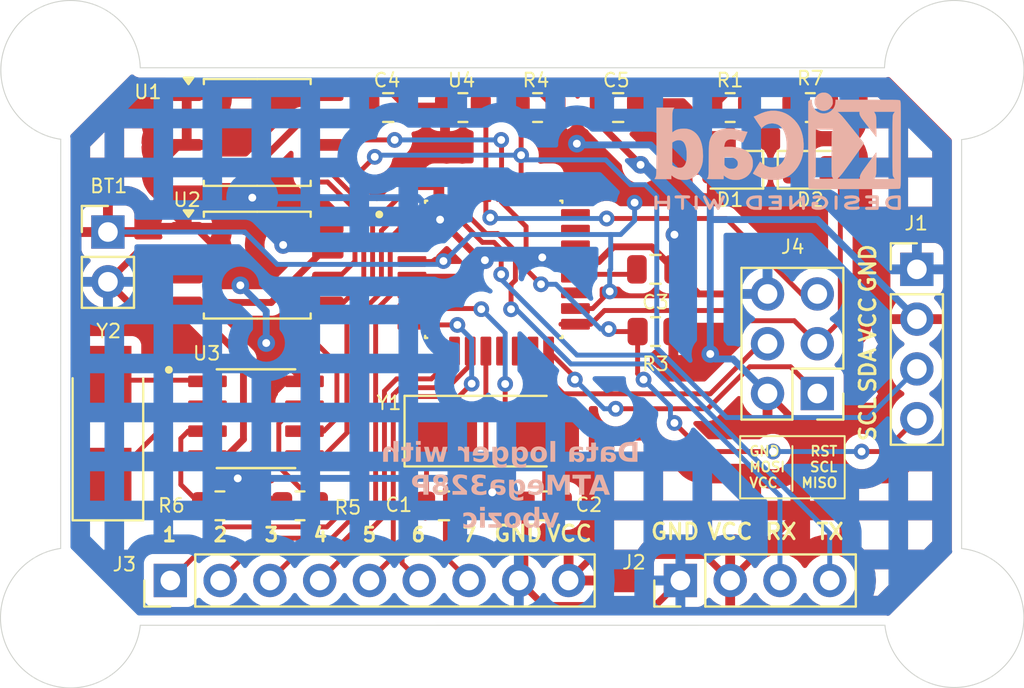
<source format=kicad_pcb>
(kicad_pcb (version 20240108) (generator "pcbnew") (generator_version "8.0")
  (title_block (title "${project_name}") (date "2025-02-07") (rev "1") (comment 1 "2 Layer PCB Version"))
  (layers (0 "F.Cu" mixed) (31 "B.Cu" mixed) (34 "B.Paste" user) (35 "F.Paste" user) (36 "B.SilkS" user "B.Silkscreen") (37 "F.SilkS" user "F.Silkscreen") (38 "B.Mask" user) (39 "F.Mask" user) (44 "Edge.Cuts" user))
  (property "project_name" "MCU Datalogger with memory and clock")
  (net 0 "")
  (net 1 "GND")
  (net 2 "Net-(U4-PB7)")
  (net 3 "Net-(U4-PB6)")
  (net 4 "Net-(U4-AREF)")
  (net 5 "/Vcc")
  (net 6 "Net-(D1-K)")
  (net 7 "/SCL")
  (net 8 "Net-(D2-K)")
  (net 9 "/SDA")
  (net 10 "/RX")
  (net 11 "/TX")
  (net 12 "/D2")
  (net 13 "/D7")
  (net 14 "/D4")
  (net 15 "/D3")
  (net 16 "/D8")
  (net 17 "/D5")
  (net 18 "/D6")
  (net 19 "/MOSI")
  (net 20 "/MISO")
  (net 21 "/RESET")
  (net 22 "Net-(U3-SQW{slash}~INT)")
  (net 23 "Net-(U3-~{INTA})")
  (net 24 "Net-(U3-X2)")
  (net 25 "Net-(U3-X1)")
  (net 35 "/SCK")
  (footprint "Resistor_SMD:R_0805_2012Metric" (layer "F.Cu") (at 160.2975 61.595 180)
    (property "Reference" "R7")
    (property "Value" "330")
  )
  (footprint "Footprints:SOIC127P600X175-8N" (layer "F.Cu") (at 132.015 77.47)
    (property "Reference" "U3")
    (property "Value" "DS1337S_")
  )
  (footprint "MountingHole:MountingHole_2.1mm" (layer "F.Cu") (at 167.64 59.69)
    (property "Reference" "H3" (hide yes))
    (property "Value" "MountingHole" (hide yes))
  )
  (footprint "Resistor_SMD:R_0805_2012Metric" (layer "F.Cu") (at 142.5725 61.595)
    (property "Reference" "R2" (hide yes))
    (property "Value" "10K")
  )
  (footprint "Package_SO:SOIC-8_5.23x5.23mm_P1.27mm" (layer "F.Cu") (at 132.08 62.865)
    (property "Reference" "U1")
    (property "Value" "24LC1025")
  )
  (footprint "Connector_PinHeader_2.54mm:PinHeader_1x02_P2.54mm_Vertical" (layer "F.Cu") (at 124.46 67.945)
    (property "Reference" "BT1")
    (property "Value" "Battery" (hide yes))
  )
  (footprint "Resistor_SMD:R_0805_2012Metric" (layer "F.Cu") (at 152.4 73.025 180)
    (property "Reference" "R3")
    (property "Value" "4.7K")
  )
  (footprint "Connector_PinHeader_2.54mm:PinHeader_1x09_P2.54mm_Vertical" (layer "F.Cu") (at 127.645 85.725 90)
    (property "Reference" "J3")
    (property "Value" "Conn_01x09_Pin" (hide yes))
  )
  (footprint "Crystal:Crystal_SMD_5032-2Pin_5.0x3.2mm_HandSoldering" (layer "F.Cu") (at 144.145 78.105)
    (property "Reference" "Y1")
    (property "Value" "16 MHz")
  )
  (footprint "Crystal:Crystal_SMD_5032-2Pin_5.0x3.2mm_HandSoldering" (layer "F.Cu") (at 124.46 78.105 90)
    (property "Reference" "Y2")
    (property "Value" "32.768 KHz")
  )
  (footprint "LED_SMD:LED_0805_2012Metric" (layer "F.Cu") (at 160.3225 64.77)
    (property "Reference" "D2")
    (property "Value" "LED")
  )
  (footprint "Package_SO:SOIC-8_5.23x5.23mm_P1.27mm" (layer "F.Cu") (at 132.08 69.635)
    (property "Reference" "U2")
    (property "Value" "24LC1025")
  )
  (footprint "Resistor_SMD:R_0805_2012Metric" (layer "F.Cu") (at 146.3825 61.595 180)
    (property "Reference" "R4")
    (property "Value" "4.7K" (hide yes))
  )
  (footprint "Connector_PinHeader_2.54mm:PinHeader_2x03_P2.54mm_Vertical" (layer "F.Cu") (at 160.655 76.185 180)
    (property "Reference" "J4")
    (property "Value" "Conn_02x03_Odd_Even" (hide yes))
  )
  (footprint "Connector_PinHeader_2.54mm:PinHeader_1x04_P2.54mm_Vertical" (layer "F.Cu") (at 165.735 69.85)
    (property "Reference" "J1")
    (property "Value" "Conn_01x04_Pin" (hide yes))
  )
  (footprint "Resistor_SMD:R_0805_2012Metric" (layer "F.Cu") (at 130.175 81.915 180)
    (property "Reference" "R6")
    (property "Value" "10K")
  )
  (footprint "Connector_PinHeader_2.54mm:PinHeader_1x04_P2.54mm_Vertical" (layer "F.Cu") (at 153.67 85.725 90)
    (property "Reference" "J2")
    (property "Value" "Conn_01x04_Pin" (hide yes))
  )
  (footprint "Resistor_SMD:R_0805_2012Metric" (layer "F.Cu") (at 134.2625 81.915)
    (property "Reference" "R5")
    (property "Value" "10K")
  )
  (footprint "MountingHole:MountingHole_2.1mm" (layer "F.Cu") (at 167.64 87.63)
    (property "Reference" "H4" (hide yes))
    (property "Value" "MountingHole" (hide yes))
  )
  (footprint "Footprints:QFP80P900X900X120-32N" (layer "F.Cu") (at 144.145 69.85)
    (property "Reference" "U4")
    (property "Value" "ATMEGA328P-AU")
  )
  (footprint "Capacitor_SMD:C_0805_2012Metric" (layer "F.Cu") (at 146.685 81.915)
    (property "Reference" "C2")
    (property "Value" "22pF")
  )
  (footprint "LED_SMD:LED_0805_2012Metric" (layer "F.Cu") (at 156.21 64.77 180)
    (property "Reference" "D1")
    (property "Value" "LED")
  )
  (footprint "Resistor_SMD:R_0805_2012Metric" (layer "F.Cu") (at 156.21 61.595 180)
    (property "Reference" "R1")
    (property "Value" "330")
  )
  (footprint "Capacitor_SMD:C_0805_2012Metric" (layer "F.Cu") (at 138.7625 61.595 180)
    (property "Reference" "C4")
    (property "Value" "0.1uF")
  )
  (footprint "Capacitor_SMD:C_0805_2012Metric" (layer "F.Cu") (at 150.495 61.595 180)
    (property "Reference" "C5")
    (property "Value" "100nF")
  )
  (footprint "MountingHole:MountingHole_2.1mm" (layer "F.Cu") (at 122.555 87.63)
    (property "Reference" "H2" (hide yes))
    (property "Value" "MountingHole" (hide yes))
  )
  (footprint "Capacitor_SMD:C_0805_2012Metric" (layer "F.Cu") (at 152.4 69.85 180)
    (property "Reference" "C3")
    (property "Value" "0.1uF")
  )
  (footprint "Capacitor_SMD:C_0805_2012Metric" (layer "F.Cu") (at 141.605 81.915 180)
    (property "Reference" "C1")
    (property "Value" "22pF")
  )
  (footprint "MountingHole:MountingHole_2.1mm" (layer "F.Cu") (at 122.555 59.69)
    (property "Reference" "H1" (hide yes))
    (property "Value" "MountingHole" (hide yes))
  )
  (footprint "Symbol:KiCad-Logo2_5mm_SilkScreen" (layer "B.Cu") (at 158.6375 63.81 180)
    (property "Reference" "REF**" (hide yes))
    (property "Value" "KiCad-Logo2_5mm_SilkScreen" (hide yes))
  )
  (gr_rect (start 156.718 78.359) (end 162.052 81.534) (stroke (width 0.1)) (fill none) (layer "F.SilkS"))
  (gr_line (start 159.385 78.867) (end 159.385 81.153) (stroke (width 0.1)) (layer "F.SilkS"))
  (gr_arc (start 126.111 88.011) (mid 120.070985 90.202929) (end 122.049227 84.089592) (stroke (width 0.05)) (layer "Edge.Cuts"))
  (gr_arc (start 164.084 59.563) (mid 170.06514 57.086164) (end 168.019073 63.228017) (stroke (width 0.05)) (layer "Edge.Cuts"))
  (gr_arc (start 122.051785 63.212505) (mid 120.176009 57.043933) (end 126.111 59.563) (stroke (width 0.05)) (layer "Edge.Cuts"))
  (gr_line (start 122.049227 84.089592) (end 122.052106 63.21026) (stroke (width 0.05)) (layer "Edge.Cuts"))
  (gr_line (start 168.019073 63.228017) (end 168.019073 84.095764) (stroke (width 0.05)) (layer "Edge.Cuts"))
  (gr_arc (start 168.021764 84.095764) (mid 170.152531 90.144708) (end 164.105435 88.008704) (stroke (width 0.05)) (layer "Edge.Cuts"))
  (gr_line (start 126.111 88.011) (end 164.101983 88.009073) (stroke (width 0.05)) (layer "Edge.Cuts"))
  (gr_line (start 126.111 59.563) (end 164.084 59.563) (stroke (width 0.05)) (layer "Edge.Cuts"))
  (gr_text "Data logger with\nATMega328P\nvbozic" (at 145 83.2 0) (layer "B.SilkS") (effects (font (size 1 1) (thickness 0.1)) (justify bottom mirror)))
  (gr_text "3" (at 132.8 83.8 0) (layer "F.SilkS") (effects (font (size 0.7 0.7) (thickness 0.15) (bold yes)) (justify bottom)))
  (gr_text "5" (at 137.8 83.8 0) (layer "F.SilkS") (effects (font (size 0.7 0.7) (thickness 0.15) (bold yes)) (justify bottom)))
  (gr_text "GND" (at 145.4 83.8 0) (layer "F.SilkS") (effects (font (size 0.8 0.8) (thickness 0.15) (bold yes)) (justify bottom)))
  (gr_text "SCL" (at 163.7 77.5 90) (layer "F.SilkS") (effects (font (size 0.8 0.8) (thickness 0.15) (bold yes)) (justify bottom)))
  (gr_text "GND" (at 153.4 83.7 0) (layer "F.SilkS") (effects (font (size 0.8 0.8) (thickness 0.15) (bold yes)) (justify bottom)))
  (gr_text "RX" (at 158.8 83.7 0) (layer "F.SilkS") (effects (font (size 0.8 0.8) (thickness 0.15) (bold yes)) (justify bottom)))
  (gr_text "TX\n" (at 161.3 83.7 0) (layer "F.SilkS") (effects (font (size 0.8 0.8) (thickness 0.15) (bold yes)) (justify bottom)))
  (gr_text "SDA" (at 163.7 75 90) (layer "F.SilkS") (effects (font (size 0.8 0.8) (thickness 0.15) (bold yes)) (justify bottom)))
  (gr_text "1" (at 127.6 83.8 0) (layer "F.SilkS") (effects (font (size 0.7 0.7) (thickness 0.15) (bold yes)) (justify bottom)))
  (gr_text "VCC" (at 156.2 83.7 0) (layer "F.SilkS") (effects (font (size 0.8 0.8) (thickness 0.15) (bold yes)) (justify bottom)))
  (gr_text "VCC" (at 148 83.8 0) (layer "F.SilkS") (effects (font (size 0.8 0.8) (thickness 0.15) (bold yes)) (justify bottom)))
  (gr_text "6" (at 140.3 83.8 0) (layer "F.SilkS") (effects (font (size 0.7 0.7) (thickness 0.15) (bold yes)) (justify bottom)))
  (gr_text "4" (at 135.3 83.8 0) (layer "F.SilkS") (effects (font (size 0.7 0.7) (thickness 0.15) (bold yes)) (justify bottom)))
  (gr_text "2" (at 130.2 83.8 0) (layer "F.SilkS") (effects (font (size 0.7 0.7) (thickness 0.15) (bold yes)) (justify bottom)))
  (gr_text "GND\nMOSI\nVCC" (at 157.131 81.032 0) (layer "F.SilkS") (effects (font (size 0.5 0.5) (thickness 0.1)) (justify left bottom)))
  (gr_text "GND" (at 163.7 69.8 90) (layer "F.SilkS") (effects (font (size 0.8 0.8) (thickness 0.15) (bold yes)) (justify bottom)))
  (gr_text "RST\nSCL\nMISO" (at 161.731 81.032 0) (layer "F.SilkS") (effects (font (size 0.5 0.5) (thickness 0.1)) (justify right bottom)))
  (gr_text "7" (at 142.9 83.8 0) (layer "F.SilkS") (effects (font (size 0.7 0.7) (thickness 0.15) (bold yes)) (justify bottom)))
  (gr_text "VCC" (at 163.7 72.4 90) (layer "F.SilkS") (effects (font (size 0.8 0.8) (thickness 0.15) (bold yes)) (justify bottom)))
  (segment (start 146.7 87) (end 145.425 85.725) (width 0.35) (layer "F.Cu") (net 1))
  (segment (start 131.375 74.435) (end 128.48 71.54) (width 0.35) (layer "F.Cu") (net 1))
  (segment (start 153.35 69.85) (end 152.2 68.7) (width 0.35) (layer "F.Cu") (net 1))
  (segment (start 146.621 69.2404) (end 146.8306 69.45) (width 0.35) (layer "F.Cu") (net 1))
  (segment (start 132.792672 71.54) (end 135.332672 69) (width 0.35) (layer "F.Cu") (net 1))
  (segment (start 131.826 64.77) (end 131.826 66.1924) (width 0.35) (layer "F.Cu") (net 1))
  (segment (start 150.695 60.445) (end 154.1475 60.445) (width 0.35) (layer "F.Cu") (net 1))
  (segment (start 142.828315 70.25) (end 139.975 70.25) (width 0.35) (layer "F.Cu") (net 1))
  (segment (start 144.0688 81.2292) (end 144.0688 81.9912) (width 0.35) (layer "F.Cu") (net 1))
  (segment (start 154.605 71.105) (end 153.35 69.85) (width 0.35) (layer "F.Cu") (net 1))
  (segment (start 124.46 70.485) (end 125.515 71.54) (width 0.35) (layer "F.Cu") (net 1))
  (segment (start 143.478575 69.383575) (end 141.408199 67.313199) (width 0.35) (layer "F.Cu") (net 1))
  (segment (start 149.498 69.45) (end 148.315 69.45) (width 0.35) (layer "F.Cu") (net 1))
  (segment (start 153.3652 68.079547) (end 153.3652 69.8348) (width 0.35) (layer "F.Cu") (net 1))
  (segment (start 141.408199 67.989473) (end 140.747672 68.65) (width 0.35) (layer "F.Cu") (net 1))
  (segment (start 131.375 78.525) (end 131.375 74.435) (width 0.35) (layer "F.Cu") (net 1))
  (segment (start 129.944068 79.375) (end 131.084068 80.515) (width 0.35) (layer "F.Cu") (net 1))
  (segment (start 135.332672 69) (end 135.68 69) (width 0.35) (layer "F.Cu") (net 1))
  (segment (start 128.48 64.77) (end 131.826 64.77) (width 0.35) (layer "F.Cu") (net 1))
  (segment (start 146.8306 69.45) (end 148.315 69.45) (width 0.35) (layer "F.Cu") (net 1))
  (segment (start 156.4225 60.47) (end 155.2975 61.595) (width 0.35) (layer "F.Cu") (net 1))
  (segment (start 152.2 68.7) (end 150.248 68.7) (width 0.35) (layer "F.Cu") (net 1))
  (segment (start 133.4008 68.605) (end 135.285 68.605) (width 0.35) (layer "F.Cu") (net 1))
  (segment (start 128.48 71.54) (end 132.792672 71.54) (width 0.35) (layer "F.Cu") (net 1))
  (segment (start 153.67 85.725) (end 152.395 87) (width 0.35) (layer "F.Cu") (net 1))
  (segment (start 135.285 68.605) (end 135.68 69) (width 0.35) (layer "F.Cu") (net 1))
  (segment (start 125.515 71.54) (end 128.48 71.54) (width 0.35) (layer "F.Cu") (net 1))
  (segment (start 142.682 82.042) (end 142.555 81.915) (width 0.35) (layer "F.Cu") (net 1))
  (segment (start 153.3652 69.8348) (end 153.35 69.85) (width 0.35) (layer "F.Cu") (net 1))
  (segment (start 140.747672 68.65) (end 139.975 68.65) (width 0.35) (layer "F.Cu") (net 1))
  (segment (start 149.545 61.595) (end 150.695 60.445) (width 0.35) (layer "F.Cu") (net 1))
  (segment (start 128.48 69) (end 127.680001 69) (width 0.35) (layer "F.Cu") (net 1))
  (segment (start 125.945 69) (end 124.46 70.485) (width 0.35) (layer "F.Cu") (net 1))
  (segment (start 145.735 85.415) (end 145.425 85.725) (width 0.35) (layer "F.Cu") (net 1))
  (segment (start 141.408199 67.313199) (end 141.408199 67.989473) (width 0.35) (layer "F.Cu") (net 1))
  (segment (start 158.115 71.105) (end 154.605 71.105) (width 0.35) (layer "F.Cu") (net 1))
  (segment (start 161.054 60.47) (end 156.4225 60.47) (width 0.35) (layer "F.Cu") (net 1))
  (segment (start 149.545 61.595) (end 149.545 62.423) (width 0.35) (layer "F.Cu") (net 1))
  (segment (start 161.21 60.626) (end 161.054 60.47) (width 0.35) (layer "F.Cu") (net 1))
  (segment (start 154.1475 60.445) (end 155.2975 61.595) (width 0.35) (layer "F.Cu") (net 1))
  (segment (start 145.735 82.042) (end 145.735 85.415) (width 0.35) (layer "F.Cu") (net 1))
  (segment (start 144.018 82.042) (end 142.682 82.042) (width 0.35) (layer "F.Cu") (net 1))
  (segment (start 161.21 61.595) (end 161.21 60.626) (width 0.35) (layer "F.Cu") (net 1))
  (segment (start 152.395 87) (end 146.7 87) (width 0.35) (layer "F.Cu") (net 1))
  (segment (start 130.525 79.375) (end 131.375 78.525) (width 0.35) (layer "F.Cu") (net 1))
  (segment (start 129.54 79.375) (end 130.525 79.375) (width 0.35) (layer "F.Cu") (net 1))
  (segment (start 143.69474 69.383575) (end 142.828315 70.25) (width 0.35) (layer "F.Cu") (net 1))
  (segment (start 135.68 62.23) (end 137.1775 62.23) (width 0.35) (layer "F.Cu") (net 1))
  (segment (start 129.54 79.375) (end 129.944068 79.375) (width 0.35) (layer "F.Cu") (net 1))
  (segment (start 150.248 68.7) (end 149.498 69.45) (width 0.35) (layer "F.Cu") (net 1))
  (segment (start 144.0688 81.9912) (end 144.018 82.042) (width 0.35) (layer "F.Cu") (net 1))
  (segment (start 128.48 69) (end 125.945 69) (width 0.35) (layer "F.Cu") (net 1))
  (segment (start 134.366 62.23) (end 135.68 62.23) (width 0.35) (layer "F.Cu") (net 1))
  (segment (start 161.21 61.642) (end 161.21 61.595) (width 0.35) (layer "F.Cu") (net 1))
  (segment (start 131.826 64.77) (end 134.366 62.23) (width 0.35) (layer "F.Cu") (net 1))
  (segment (start 137.1775 62.23) (end 137.8125 61.595) (width 0.35) (layer "F.Cu") (net 1))
  (segment (start 144.018 82.042) (end 145.735 82.042) (width 0.35) (layer "F.Cu") (net 1))
  (segment (start 143.69474 69.383575) (end 143.478575 69.383575) (width 0.35) (layer "F.Cu") (net 1))
  (segment (start 149.545 62.423) (end 151.638 64.516) (width 0.35) (layer "F.Cu") (net 1))
  (via (at 133.4008 68.605) (size 0.9) (drill 0.4) (layers "F.Cu" "B.Cu") (net 1))
  (via (at 151.638 64.516) (size 0.9) (drill 0.4) (layers "F.Cu" "B.Cu") (net 1))
  (via (at 131.826 66.1924) (size 0.9) (drill 0.4) (layers "F.Cu" "B.Cu") (net 1))
  (via (at 143.69474 69.383575) (size 0.9) (drill 0.4) (layers "F.Cu" "B.Cu") (net 1))
  (via (at 153.3652 68.079547) (size 0.9) (drill 0.4) (layers "F.Cu" "B.Cu") (net 1))
  (via (at 144.0688 81.2292) (size 0.9) (drill 0.4) (layers "F.Cu" "B.Cu") (net 1))
  (via (at 131.084068 80.515) (size 0.9) (drill 0.4) (layers "F.Cu" "B.Cu") (net 1))
  (via (at 141.408199 67.313199) (size 0.9) (drill 0.4) (layers "F.Cu" "B.Cu") (net 1))
  (via (at 146.621 69.2404) (size 0.9) (drill 0.4) (layers "F.Cu" "B.Cu") (net 1))
  (segment (start 131.826 66.1924) (end 140.2874 66.1924) (width 0.35) (layer "B.Cu") (net 1))
  (segment (start 151.638 64.516) (end 153.3652 66.2432) (width 0.35) (layer "B.Cu") (net 1))
  (segment (start 143.3546 80.515) (end 144.0688 81.2292) (width 0.35) (layer "B.Cu") (net 1))
  (segment (start 131.826 66.1924) (end 131.826 67.0302) (width 0.35) (layer "B.Cu") (net 1))
  (segment (start 140.2874 66.1924) (end 141.408199 67.313199) (width 0.35) (layer "B.Cu") (net 1))
  (segment (start 131.826 67.0302) (end 133.4008 68.605) (width 0.35) (layer "B.Cu") (net 1))
  (segment (start 140.459 80.515) (end 143.3546 80.515) (width 0.35) (layer "B.Cu") (net 1))
  (segment (start 146.5824 69.279) (end 146.621 69.2404) (width 0.35) (layer "B.Cu") (net 1))
  (segment (start 143.799315 69.279) (end 146.5824 69.279) (width 0.35) (layer "B.Cu") (net 1))
  (segment (start 153.3652 66.2432) (end 153.3652 68.079547) (width 0.35) (layer "B.Cu") (net 1))
  (segment (start 131.084068 80.515) (end 140.459 80.515) (width 0.35) (layer "B.Cu") (net 1))
  (segment (start 143.69474 69.383575) (end 143.799315 69.279) (width 0.35) (layer "B.Cu") (net 1))
  (segment (start 140.716 82.489) (end 140.655 82.55) (width 0.25) (layer "F.Cu") (net 2))
  (segment (start 140.01 72.685) (end 139.975 72.65) (width 0.25) (layer "F.Cu") (net 2))
  (segment (start 140.716 79.569) (end 140.716 82.489) (width 0.25) (layer "F.Cu") (net 2))
  (segment (start 142.2908 72.685) (end 140.01 72.685) (width 0.25) (layer "F.Cu") (net 2))
  (segment (start 141.545 77.158305) (end 141.545 78.74) (width 0.25) (layer "F.Cu") (net 2))
  (segment (start 141.545 78.74) (end 140.716 79.569) (width 0.25) (layer "F.Cu") (net 2))
  (segment (start 143.020001 75.683304) (end 141.545 77.158305) (width 0.25) (layer "F.Cu") (net 2))
  (via (at 142.2908 72.685) (size 0.8) (drill 0.4) (layers "F.Cu" "B.Cu") (net 2))
  (via (at 143.020001 75.683304) (size 0.8) (drill 0.4) (layers "F.Cu" "B.Cu") (net 2))
  (segment (start 143.020001 73.414201) (end 142.2908 72.685) (width 0.25) (layer "B.Cu") (net 2))
  (segment (start 143.020001 75.683304) (end 143.020001 73.414201) (width 0.25) (layer "B.Cu") (net 2))
  (segment (start 143.51 71.882) (end 143.478 71.85) (width 0.25) (layer "F.Cu") (net 3))
  (segment (start 144.7292 75.7) (end 144.7292 76.7242) (width 0.25) (layer "F.Cu") (net 3))
  (segment (start 146.745 81.66) (end 147.635 82.55) (width 0.25) (layer "F.Cu") (net 3))
  (segment (start 143.478 71.85) (end 139.975 71.85) (width 0.25) (layer "F.Cu") (net 3))
  (segment (start 144.7292 76.7242) (end 146.745 78.74) (width 0.25) (layer "F.Cu") (net 3))
  (segment (start 146.745 78.74) (end 146.745 81.66) (width 0.25) (layer "F.Cu") (net 3))
  (via (at 143.51 71.882) (size 0.8) (drill 0.4) (layers "F.Cu" "B.Cu") (net 3))
  (via (at 144.7292 75.7) (size 0.8) (drill 0.4) (layers "F.Cu" "B.Cu") (net 3))
  (segment (start 144.7292 73.1012) (end 143.51 71.882) (width 0.25) (layer "B.Cu") (net 3))
  (segment (start 144.7292 75.7) (end 144.7292 73.1012) (width 0.25) (layer "B.Cu") (net 3))
  (segment (start 148.315 70.25) (end 148.461 70.104) (width 0.25) (layer "F.Cu") (net 4))
  (segment (start 151.196 70.104) (end 151.45 69.85) (width 0.25) (layer "F.Cu") (net 4))
  (segment (start 148.461 70.104) (end 151.196 70.104) (width 0.25) (layer "F.Cu") (net 4))
  (segment (start 135.68 67.73) (end 128.48 67.73) (width 0.35) (layer "F.Cu") (net 5))
  (segment (start 129.705 69.844999) (end 129.705 68.491) (width 0.35) (layer "F.Cu") (net 5))
  (segment (start 139.975 69.45) (end 141.5546 69.45) (width 0.25) (layer "F.Cu") (net 5))
  (segment (start 149.24 84.45) (end 154.935 84.45) (width 0.35) (layer "F.Cu") (net 5))
  (segment (start 159.512 77.582) (end 159.512 82.423) (width 0.35) (layer "F.Cu") (net 5))
  (segment (start 134.49 75.565) (end 133.505 75.565) (width 0.35) (layer "F.Cu") (net 5))
  (segment (start 154.051 73.025) (end 155.194 74.168) (width 0.35) (layer "F.Cu") (net 5))
  (segment (start 134.49 75.565) (end 134.49 75.562) (width 0.35) (layer "F.Cu") (net 5))
  (segment (start 147.965 85.725) (end 149.24 84.45) (width 0.35) (layer "F.Cu") (net 5))
  (segment (start 146.152 60.452) (end 142.803 60.452) (width 0.35) (layer "F.Cu") (net 5))
  (segment (start 132.08 76.99) (end 132.08 80.9225) (width 0.35) (layer "F.Cu") (net 5))
  (segment (start 128.48 60.96) (end 135.68 60.96) (width 0.35) (layer "F.Cu") (net 5))
  (segment (start 147.574 62.6242) (end 147.574 61.874) (width 0.35) (layer "F.Cu") (net 5))
  (segment (start 147.295 61.595) (end 146.152 60.452) (width 0.35) (layer "F.Cu") (net 5))
  (segment (start 129.279999 70.27) (end 129.705 69.844999) (width 0.35) (layer "F.Cu") (net 5))
  (segment (start 153.0096 64.77) (end 151.3332 66.4464) (width 0.25) (layer "F.Cu") (net 5))
  (segment (start 149.1882 71.85) (end 150.0632 70.975) (width 0.25) (layer "F.Cu") (net 5))
  (segment (start 131.2164 70.665) (end 130.525001 70.665) (width 0.35) (layer "F.Cu") (net 5))
  (segment (start 159.512 82.423) (end 156.21 85.725) (width 0.35) (layer "F.Cu") (net 5))
  (segment (start 128.944 67.73) (end 128.48 67.73) (width 0.35) (layer "F.Cu") (net 5))
  (segment (start 154.62 64.77) (end 155.2725 64.77) (width 0.25) (layer "F.Cu") (net 5))
  (segment (start 127.255 66.505) (end 127.255 64.377672) (width 0.35) (layer "F.Cu") (net 5))
  (segment (start 132.08 80.9225) (end 131.0875 81.915) (width 0.35) (layer "F.Cu") (net 5))
  (segment (start 151.445 61.595) (end 154.62 64.77) (width 0.25) (layer "F.Cu") (net 5))
  (segment (start 128.48 63.5) (end 128.48 62.23) (width 0.35) (layer "F.Cu") (net 5))
  (segment (start 130.525001 70.665) (end 129.705 69.844999) (width 0.35) (layer "F.Cu") (net 5))
  (segment (start 141.5546 69.45) (end 141.5796 69.425) (width 0.25) (layer "F.Cu") (net 5))
  (segment (start 148.3868 63.437) (end 147.574 62.6242) (width 0.35) (layer "F.Cu") (net 5))
  (segment (start 133.35 81.915) (end 133.0725 81.915) (width 0.35) (layer "F.Cu") (net 5))
  (segment (start 148.315 71.85) (end 149.1882 71.85) (width 0.25) (layer "F.Cu") (net 5))
  (segment (start 128.48 60.96) (end 128.48 62.23) (width 0.35) (layer "F.Cu") (net 5))
  (segment (start 138.5625 60.445) (end 139.7125 61.595) (width 0.35) (layer "F.Cu") (net 5))
  (segment (start 153.3125 73.025) (end 154.051 73.025) (width 0.35) (layer "F.Cu") (net 5))
  (segment (start 128.48 70.27) (end 129.279999 70.27) (width 0.35) (layer "F.Cu") (net 5))
  (segment (start 154.62 64.77) (end 153.0096 64.77) (width 0.25) (layer "F.Cu") (net 5))
  (segment (start 134.49 75.562) (end 132.5372 73.6092) (width 0.35) (layer "F.Cu") (net 5))
  (segment (start 154.935 84.45) (end 156.21 85.725) (width 0.35) (layer "F.Cu") (net 5))
  (segment (start 136.195 60.445) (end 138.5625 60.445) (width 0.35) (layer "F.Cu") (net 5))
  (segment (start 133.505 75.565) (end 132.08 76.99) (width 0.35) (layer "F.Cu") (net 5))
  (segment (start 135.68 60.96) (end 136.195 60.445) (width 0.35) (layer "F.Cu") (net 5))
  (segment (start 128.132672 63.5) (end 128.48 63.5) (width 0.35) (layer "F.Cu") (net 5))
  (segment (start 142.803 60.452) (end 141.66 61.595) (width 0.35) (layer "F.Cu") (net 5))
  (segment (start 127.255 64.377672) (end 128.132672 63.5) (width 0.35) (layer "F.Cu") (net 5))
  (segment (start 129.705 68.491) (end 128.944 67.73) (width 0.35) (layer "F.Cu") (net 5))
  (segment (start 158.115 76.185) (end 159.512 77.582) (width 0.35) (layer "F.Cu") (net 5))
  (segment (start 139.7125 61.595) (end 141.66 61.595) (width 0.35) (layer "F.Cu") (net 5))
  (segment (start 133.0725 81.915) (end 132.08 80.9225) (width 0.35) (layer "F.Cu") (net 5))
  (segment (start 128.48 67.73) (end 127.255 66.505) (width 0.35) (layer "F.Cu") (net 5))
  (via (at 141.5796 69.425) (size 0.8) (drill 0.4) (layers "F.Cu" "B.Cu") (net 5))
  (via (at 151.3332 66.4464) (size 0.8) (drill 0.4) (layers "F.Cu" "B.Cu") (net 5))
  (via (at 131.2164 70.665) (size 0.9) (drill 0.4) (layers "F.Cu" "B.Cu") (net 5))
  (via (at 148.3868 63.437) (size 0.9) (drill 0.4) (layers "F.Cu" "B.Cu") (net 5))
  (via (at 155.194 74.168) (size 0.9) (drill 0.4) (layers "F.Cu" "B.Cu") (net 5))
  (via (at 132.5372 73.6092) (size 0.9) (drill 0.4) (layers "F.Cu" "B.Cu") (net 5))
  (via (at 150.0632 70.975) (size 0.8) (drill 0.4) (layers "F.Cu" "B.Cu") (net 5))
  (segment (start 155.229 67.31) (end 160.655 67.31) (width 0.35) (layer "B.Cu") (net 5))
  (segment (start 151.3332 67.3608) (end 150.622 68.072) (width 0.25) (layer "B.Cu") (net 5))
  (segment (start 152.146 63.5) (end 148.4498 63.5) (width 0.35) (layer "B.Cu") (net 5))
  (segment (start 156.352 74.422) (end 158.115 76.185) (width 0.35) (layer "B.Cu") (net 5))
  (segment (start 155.448 74.422) (end 156.352 74.422) (width 0.35) (layer "B.Cu") (net 5))
  (segment (start 141.5796 69.425) (end 141.649 69.425) (width 0.25) (layer "B.Cu") (net 5))
  (segment (start 160.655 67.31) (end 165.735 72.39) (width 0.35) (layer "B.Cu") (net 5))
  (segment (start 155.194 66.548) (end 152.146 63.5) (width 0.35) (layer "B.Cu") (net 5))
  (segment (start 132.5372 73.6092) (end 132.5372 71.9858) (width 0.35) (layer "B.Cu") (net 5))
  (segment (start 151.3332 66.4464) (end 151.3332 67.3608) (width 0.25) (layer "B.Cu") (net 5))
  (segment (start 155.194 74.168) (end 155.194 66.548) (width 0.35) (layer "B.Cu") (net 5))
  (segment (start 133.096 69.596) (end 141.4086 69.596) (width 0.25) (layer "B.Cu") (net 5))
  (segment (start 150.0632 69.9008) (end 150.113999 69.850001) (width 0.25) (layer "B.Cu") (net 5))
  (segment (start 143.002 68.072) (end 150.113999 68.072) (width 0.25) (layer "B.Cu") (net 5))
  (segment (start 155.194 67.275) (end 155.229 67.31) (width 0.35) (layer "B.Cu") (net 5))
  (segment (start 148.4498 63.5) (end 148.3868 63.437) (width 0.35) (layer "B.Cu") (net 5))
  (segment (start 150.0632 70.975) (end 150.114 70.9242) (width 0.25) (layer "B.Cu") (net 5))
  (segment (start 150.0632 70.975) (end 150.0632 69.9008) (width 0.25) (layer "B.Cu") (net 5))
  (segment (start 141.4086 69.596) (end 141.5796 69.425) (width 0.25) (layer "B.Cu") (net 5))
  (segment (start 124.46 67.945) (end 131.445 67.945) (width 0.25) (layer "B.Cu") (net 5))
  (segment (start 150.622 68.072) (end 150.113999 68.072) (width 0.25) (layer "B.Cu") (net 5))
  (segment (start 155.194 74.168) (end 155.448 74.422) (width 0.35) (layer "B.Cu") (net 5))
  (segment (start 141.649 69.425) (end 143.002 68.072) (width 0.25) (layer "B.Cu") (net 5))
  (segment (start 150.113999 69.850001) (end 150.113999 68.072) (width 0.25) (layer "B.Cu") (net 5))
  (segment (start 132.5372 71.9858) (end 131.2164 70.665) (width 0.35) (layer "B.Cu") (net 5))
  (segment (start 131.445 67.945) (end 133.096 69.596) (width 0.25) (layer "B.Cu") (net 5))
  (segment (start 157.1225 64.745) (end 157.1475 64.77) (width 0.25) (layer "F.Cu") (net 6))
  (segment (start 157.1225 61.595) (end 157.1225 64.745) (width 0.25) (layer "F.Cu") (net 6))
  (segment (start 164.0586 79.1464) (end 162.9156 79.1464) (width 0.25) (layer "F.Cu") (net 7))
  (segment (start 135.68 63.5) (end 134.880001 63.5) (width 0.25) (layer "F.Cu") (net 7))
  (segment (start 154.8246 79.1464) (end 153.3652 77.687) (width 0.25) (layer "F.Cu") (net 7))
  (segment (start 144.545 66.415) (end 144.545 65.68) (width 0.25) (layer "F.Cu") (net 7))
  (segment (start 145.796 69.85) (end 145.796 67.666) (width 0.25) (layer "F.Cu") (net 7))
  (segment (start 150.1394 73.025) (end 150.0124 72.898) (width 0.25) (layer "F.Cu") (net 7))
  (segment (start 136.855 69.647) (end 136.232 70.27) (width 0.25) (layer "F.Cu") (net 7))
  (segment (start 137.065 66.791396) (end 137.065 69.437) (width 0.25) (layer "F.Cu") (net 7))
  (segment (start 135.668604 65.395) (end 137.065 66.791396) (width 0.25) (layer "F.Cu") (net 7))
  (segment (start 144.526 63.246) (end 144.545 63.265) (width 0.25) (layer "F.Cu") (net 7))
  (segment (start 134.555 63.825001) (end 134.555 65.120908) (width 0.25) (layer "F.Cu") (net 7))
  (segment (start 151.4875 73.025) (end 150.1394 73.025) (width 0.25) (layer "F.Cu") (net 7))
  (segment (start 151.4875 75.171201) (end 151.4875 73.025) (width 0.25) (layer "F.Cu") (net 7))
  (segment (start 134.555 65.120908) (end 134.829092 65.395) (width 0.25) (layer "F.Cu") (net 7))
  (segment (start 136.144 77.436) (end 136.144 74.676) (width 0.25) (layer "F.Cu") (net 7))
  (segment (start 137.16 63.5) (end 135.68 63.5) (width 0.25) (layer "F.Cu") (net 7))
  (segment (start 158.3944 79.1464) (end 154.8246 79.1464) (width 0.25) (layer "F.Cu") (net 7))
  (segment (start 165.735 77.47) (end 164.0586 79.1464) (width 0.25) (layer "F.Cu") (net 7))
  (segment (start 146.558 70.612) (end 145.796 69.85) (width 0.25) (layer "F.Cu") (net 7))
  (segment (start 139.0904 63.246) (end 137.414 63.246) (width 0.25) (layer "F.Cu") (net 7))
  (segment (start 136.144 74.676) (end 134.366 72.898) (width 0.25) (layer "F.Cu") (net 7))
  (segment (start 145.796 67.666) (end 144.545 66.415) (width 0.25) (layer "F.Cu") (net 7))
  (segment (start 134.880001 63.5) (end 134.555 63.825001) (width 0.25) (layer "F.Cu") (net 7))
  (segment (start 144.545 63.265) (end 144.545 65.68) (width 0.25) (layer "F.Cu") (net 7))
  (segment (start 134.49 78.105) (end 135.475 78.105) (width 0.25) (layer "F.Cu") (net 7))
  (segment (start 137.414 63.246) (end 137.16 63.5) (width 0.25) (layer "F.Cu") (net 7))
  (segment (start 134.829092 65.395) (end 135.668604 65.395) (width 0.25) (layer "F.Cu") (net 7))
  (segment (start 137.065 69.437) (end 136.906 69.596) (width 0.25) (layer "F.Cu") (net 7))
  (segment (start 135.475 78.105) (end 136.144 77.436) (width 0.25) (layer "F.Cu") (net 7))
  (segment (start 136.232 70.27) (end 135.68 70.27) (width 0.25) (layer "F.Cu") (net 7))
  (segment (start 134.962 70.27) (end 135.68 70.27) (width 0.25) (layer "F.Cu") (net 7))
  (segment (start 134.366 70.866) (end 134.962 70.27) (width 0.25) (layer "F.Cu") (net 7))
  (segment (start 151.7913 75.475001) (end 151.4875 75.171201) (width 0.25) (layer "F.Cu") (net 7))
  (segment (start 134.366 72.898) (end 134.366 70.866) (width 0.25) (layer "F.Cu") (net 7))
  (via (at 158.3944 79.1464) (size 0.8) (drill 0.4) (layers "F.Cu" "B.Cu") (net 7))
  (via (at 150.0124 72.898) (size 0.8) (drill 0.4) (layers "F.Cu" "B.Cu") (net 7))
  (via (at 151.7913 75.475001) (size 0.8) (drill 0.4) (layers "F.Cu" "B.Cu") (net 7))
  (via (at 153.3652 77.687) (size 0.8) (drill 0.4) (layers "F.Cu" "B.Cu") (net 7))
  (via (at 162.9156 79.1464) (size 0.8) (drill 0.4) (layers "F.Cu" "B.Cu") (net 7))
  (via (at 139.0904 63.246) (size 0.8) (drill 0.4) (layers "F.Cu" "B.Cu") (net 7))
  (via (at 144.526 63.246) (size 0.8) (drill 0.4) (layers "F.Cu" "B.Cu") (net 7))
  (via (at 146.558 70.612) (size 0.8) (drill 0.4) (layers "F.Cu" "B.Cu") (net 7))
  (segment (start 153.162 77.4838) (end 153.162 76.845701) (width 0.25) (layer "B.Cu") (net 7))
  (segment (start 149.606 72.898) (end 147.32 70.612) (width 0.25) (layer "B.Cu") (net 7))
  (segment (start 144.526 63.246) (end 139.446 63.246) (width 0.25) (layer "B.Cu") (net 7))
  (segment (start 162.9156 79.1464) (end 158.3944 79.1464) (width 0.25) (layer "B.Cu") (net 7))
  (segment (start 147.32 70.612) (end 146.558 70.612) (width 0.25) (layer "B.Cu") (net 7))
  (segment (start 150.0124 72.898) (end 149.606 72.898) (width 0.25) (layer "B.Cu") (net 7))
  (segment (start 139.446 63.246) (end 139.0904 63.246) (width 0.25) (layer "B.Cu") (net 7))
  (segment (start 153.3652 77.687) (end 153.162 77.4838) (width 0.25) (layer "B.Cu") (net 7))
  (segment (start 153.162 76.845701) (end 151.7913 75.475001) (width 0.25) (layer "B.Cu") (net 7))
  (segment (start 159.385 61.595) (end 159.385 64.77) (width 0.25) (layer "F.Cu") (net 8))
  (segment (start 145.542 64.025) (end 145.542 65.483) (width 0.25) (layer "F.Cu") (net 9))
  (segment (start 145.542 61.667) (end 145.47 61.595) (width 0.25) (layer "F.Cu") (net 9))
  (segment (start 135.68 71.54) (end 136.479999 71.54) (width 0.25) (layer "F.Cu") (net 9))
  (segment (start 136.479999 71.54) (end 137.515 70.504999) (width 0.25) (layer "F.Cu") (net 9))
  (segment (start 137.515 66.605) (end 135.68 64.77) (width 0.25) (layer "F.Cu") (net 9))
  (segment (start 135.475 79.375) (end 134.49 79.375) (width 0.25) (layer "F.Cu") (net 9))
  (segment (start 137.515 70.504999) (end 137.515 66.605) (width 0.25) (layer "F.Cu") (net 9))
  (segment (start 138.0744 64.1096) (end 137.414 64.77) (width 0.25) (layer "F.Cu") (net 9))
  (segment (start 136.652 78.198) (end 135.475 79.375) (width 0.25) (layer "F.Cu") (net 9))
  (segment (start 145.542 65.483) (end 145.345 65.68) (width 0.25) (layer "F.Cu") (net 9))
  (segment (start 136.652 72.512) (end 136.652 78.198) (width 0.25) (layer "F.Cu") (net 9))
  (segment (start 135.68 71.54) (end 136.652 72.512) (width 0.25) (layer "F.Cu") (net 9))
  (segment (start 137.414 64.77) (end 135.68 64.77) (width 0.25) (layer "F.Cu") (net 9))
  (segment (start 145.542 64.025) (end 145.542 61.667) (width 0.25) (layer "F.Cu") (net 9))
  (via (at 138.0744 64.1096) (size 0.8) (drill 0.4) (layers "F.Cu" "B.Cu") (net 9))
  (via (at 145.542 64.025) (size 0.8) (drill 0.4) (layers "F.Cu" "B.Cu") (net 9))
  (segment (start 151.13 65.532) (end 149.86 64.262) (width 0.25) (layer "B.Cu") (net 9))
  (segment (start 152.464198 73.849802) (end 152.464198 66.120016) (width 0.25) (layer "B.Cu") (net 9))
  (segment (start 156.024396 77.41) (end 152.464198 73.849802) (width 0.25) (layer "B.Cu") (net 9))
  (segment (start 151.876182 65.532) (end 151.13 65.532) (width 0.25) (layer "B.Cu") (net 9))
  (segment (start 138.159 64.025) (end 138.0744 64.1096) (width 0.25) (layer "B.Cu") (net 9))
  (segment (start 145.542 64.025) (end 138.159 64.025) (width 0.25) (layer "B.Cu") (net 9))
  (segment (start 152.464198 66.120016) (end 151.876182 65.532) (width 0.25) (layer "B.Cu") (net 9))
  (segment (start 149.86 64.262) (end 145.779 64.262) (width 0.25) (layer "B.Cu") (net 9))
  (segment (start 163.255 77.41) (end 156.024396 77.41) (width 0.25) (layer "B.Cu") (net 9))
  (segment (start 145.779 64.262) (end 145.542 64.025) (width 0.25) (layer "B.Cu") (net 9))
  (segment (start 165.735 74.93) (end 163.255 77.41) (width 0.25) (layer "B.Cu") (net 9))
  (segment (start 142.945 67.211505) (end 142.945 65.68) (width 0.25) (layer "F.Cu") (net 10))
  (segment (start 145.251 68.922604) (end 144.351396 68.023) (width 0.25) (layer "F.Cu") (net 10))
  (segment (start 144.351396 68.023) (end 143.756495 68.023) (width 0.25) (layer "F.Cu") (net 10))
  (segment (start 145.251 70.404305) (end 145.251 68.922604) (width 0.25) (layer "F.Cu") (net 10))
  (segment (start 143.756495 68.023) (end 142.945 67.211505) (width 0.25) (layer "F.Cu") (net 10))
  (segment (start 145.029347 71.886653) (end 145.029347 70.625958) (width 0.25) (layer "F.Cu") (net 10))
  (segment (start 145.029347 70.625958) (end 145.251 70.404305) (width 0.25) (layer "F.Cu") (net 10))
  (via (at 145.029347 71.886653) (size 0.8) (drill 0.4) (layers "F.Cu" "B.Cu") (net 10))
  (segment (start 152.017604 74.676) (end 158.75 81.408396) (width 0.25) (layer "B.Cu") (net 10))
  (segment (start 145.292653 71.886653) (end 148.082 74.676) (width 0.25) (layer "B.Cu") (net 10))
  (segment (start 158.75 81.408396) (end 158.75 85.725) (width 0.25) (layer "B.Cu") (net 10))
  (segment (start 148.082 74.676) (end 152.017604 74.676) (width 0.25) (layer "B.Cu") (net 10))
  (segment (start 145.029347 71.886653) (end 145.292653 71.886653) (width 0.25) (layer "B.Cu") (net 10))
  (segment (start 144.165 68.473) (end 143.570099 68.473) (width 0.25) (layer "F.Cu") (net 11))
  (segment (start 142.22 67.122901) (end 142.22 65.755) (width 0.25) (layer "F.Cu") (net 11))
  (segment (start 144.526 68.834) (end 144.165 68.473) (width 0.25) (layer "F.Cu") (net 11))
  (segment (start 143.570099 68.473) (end 142.22 67.122901) (width 0.25) (layer "F.Cu") (net 11))
  (segment (start 144.526 70.104) (end 144.526 68.834) (width 0.25) (layer "F.Cu") (net 11))
  (via (at 144.526 70.104) (size 0.8) (drill 0.4) (layers "F.Cu" "B.Cu") (net 11))
  (segment (start 152.204 74.226) (end 161.29 83.312) (width 0.25) (layer "B.Cu") (net 11))
  (segment (start 144.526 70.358) (end 148.394 74.226) (width 0.25) (layer "B.Cu") (net 11))
  (segment (start 161.29 83.312) (end 161.29 85.725) (width 0.25) (layer "B.Cu") (net 11))
  (segment (start 148.394 74.226) (end 152.204 74.226) (width 0.25) (layer "B.Cu") (net 11))
  (segment (start 144.526 70.104) (end 144.526 70.358) (width 0.25) (layer "B.Cu") (net 11))
  (segment (start 127.645 85.725) (end 130.38 82.99) (width 0.25) (layer "F.Cu") (net 12))
  (segment (start 137.22 71.565208) (end 137.965 70.820208) (width 0.25) (layer "F.Cu") (net 12))
  (segment (start 139.806 65.68) (end 141.345 65.68) (width 0.25) (layer "F.Cu") (net 12))
  (segment (start 137.965 67.521) (end 139.806 65.68) (width 0.25) (layer "F.Cu") (net 12))
  (segment (start 137.965 70.820208) (end 137.965 67.521) (width 0.25) (layer "F.Cu") (net 12))
  (segment (start 135.6326 82.99) (end 137.22 81.4026) (width 0.25) (layer "F.Cu") (net 12))
  (segment (start 130.38 82.99) (end 135.6326 82.99) (width 0.25) (layer "F.Cu") (net 12))
  (segment (start 137.22 81.4026) (end 137.22 71.565208) (width 0.25) (layer "F.Cu") (net 12))
  (segment (start 139.47 76.684) (end 139.816 76.338) (width 0.25) (layer "F.Cu") (net 13))
  (segment (start 140.345 85.725) (end 139.47 84.85) (width 0.25) (layer "F.Cu") (net 13))
  (segment (start 142.945 74.733) (end 142.945 74.02) (width 0.25) (layer "F.Cu") (net 13))
  (segment (start 141.34 76.338) (end 142.945 74.733) (width 0.25) (layer "F.Cu") (net 13))
  (segment (start 139.816 76.338) (end 141.34 76.338) (width 0.25) (layer "F.Cu") (net 13))
  (segment (start 139.47 84.85) (end 139.47 76.684) (width 0.25) (layer "F.Cu") (net 13))
  (segment (start 139.273038 67.85) (end 139.975 67.85) (width 0.25) (layer "F.Cu") (net 14))
  (segment (start 138.865 71.193) (end 138.865 68.258038) (width 0.25) (layer "F.Cu") (net 14))
  (segment (start 132.725 85.725) (end 134.376 84.074) (width 0.25) (layer "F.Cu") (net 14))
  (segment (start 138.12 82.098) (end 138.12 71.938) (width 0.25) (layer "F.Cu") (net 14))
  (segment (start 134.376 84.074) (end 136.144 84.074) (width 0.25) (layer "F.Cu") (net 14))
  (segment (start 138.865 68.258038) (end 139.273038 67.85) (width 0.25) (layer "F.Cu") (net 14))
  (segment (start 138.12 71.938) (end 138.865 71.193) (width 0.25) (layer "F.Cu") (net 14))
  (segment (start 136.144 84.074) (end 138.12 82.098) (width 0.25) (layer "F.Cu") (net 14))
  (segment (start 138.415 67.875) (end 139.24 67.05) (width 0.25) (layer "F.Cu") (net 15))
  (segment (start 139.24 67.05) (end 139.975 67.05) (width 0.25) (layer "F.Cu") (net 15))
  (segment (start 138.415 71.006604) (end 138.415 67.875) (width 0.25) (layer "F.Cu") (net 15))
  (segment (start 137.67 71.751604) (end 138.415 71.006604) (width 0.25) (layer "F.Cu") (net 15))
  (segment (start 130.185 85.725) (end 132.344 83.566) (width 0.25) (layer "F.Cu") (net 15))
  (segment (start 137.67 81.786) (end 137.67 71.751604) (width 0.25) (layer "F.Cu") (net 15))
  (segment (start 132.344 83.566) (end 135.89 83.566) (width 0.25) (layer "F.Cu") (net 15))
  (segment (start 135.89 83.566) (end 137.67 81.786) (width 0.25) (layer "F.Cu") (net 15))
  (segment (start 141.68 84.52) (end 141.68 81.078) (width 0.25) (layer "F.Cu") (net 16))
  (segment (start 142.493 80.265) (end 143.62 80.265) (width 0.25) (layer "F.Cu") (net 16))
  (segment (start 143.62 80.265) (end 143.745 80.14) (width 0.25) (layer "F.Cu") (net 16))
  (segment (start 142.885 85.725) (end 141.68 84.52) (width 0.25) (layer "F.Cu") (net 16))
  (segment (start 143.745 80.14) (end 143.745 74.02) (width 0.25) (layer "F.Cu") (net 16))
  (segment (start 141.68 81.078) (end 142.493 80.265) (width 0.25) (layer "F.Cu") (net 16))
  (segment (start 138.57 76.06) (end 139.192 75.438) (width 0.25) (layer "F.Cu") (net 17))
  (segment (start 140.963802 75.438) (end 141.345 75.056802) (width 0.25) (layer "F.Cu") (net 17))
  (segment (start 139.192 75.438) (end 140.963802 75.438) (width 0.25) (layer "F.Cu") (net 17))
  (segment (start 135.265 85.725) (end 138.57 82.42) (width 0.25) (layer "F.Cu") (net 17))
  (segment (start 138.57 82.42) (end 138.57 76.06) (width 0.25) (layer "F.Cu") (net 17))
  (segment (start 141.345 75.056802) (end 141.345 74.02) (width 0.25) (layer "F.Cu") (net 17))
  (segment (start 139.378396 75.888) (end 141.153604 75.888) (width 0.25) (layer "F.Cu") (net 18))
  (segment (start 139.02 76.246396) (end 139.378396 75.888) (width 0.25) (layer "F.Cu") (net 18))
  (segment (start 139.02 84.51) (end 139.02 76.246396) (width 0.25) (layer "F.Cu") (net 18))
  (segment (start 142.145 74.896604) (end 142.145 74.02) (width 0.25) (layer "F.Cu") (net 18))
  (segment (start 137.805 85.725) (end 139.02 84.51) (width 0.25) (layer "F.Cu") (net 18))
  (segment (start 141.153604 75.888) (end 142.145 74.896604) (width 0.25) (layer "F.Cu") (net 18))
  (segment (start 146.145 74.651252) (end 146.145 74.02) (width 0.25) (layer "F.Cu") (net 19))
  (segment (start 147.693748 76.2) (end 146.145 74.651252) (width 0.25) (layer "F.Cu") (net 19))
  (segment (start 157.749 73.645) (end 155.194 76.2) (width 0.25) (layer "F.Cu") (net 19))
  (segment (start 155.194 76.2) (end 147.693748 76.2) (width 0.25) (layer "F.Cu") (net 19))
  (segment (start 158.115 73.645) (end 157.749 73.645) (width 0.25) (layer "F.Cu") (net 19))
  (segment (start 148.2852 75.475) (end 148.2852 75.3602) (width 0.25) (layer "F.Cu") (net 20))
  (segment (start 157.210396 74.82) (end 159.29 74.82) (width 0.25) (layer "F.Cu") (net 20))
  (segment (start 150.368 76.962) (end 155.068396 76.962) (width 0.25) (layer "F.Cu") (net 20))
  (segment (start 159.29 74.82) (end 160.655 76.185) (width 0.25) (layer "F.Cu") (net 20))
  (segment (start 148.2852 75.3602) (end 146.945 74.02) (width 0.25) (layer "F.Cu") (net 20))
  (segment (start 155.068396 76.962) (end 157.210396 74.82) (width 0.25) (layer "F.Cu") (net 20))
  (via (at 150.368 76.962) (size 0.8) (drill 0.4) (layers "F.Cu" "B.Cu") (net 20))
  (via (at 148.2852 75.475) (size 0.8) (drill 0.4) (layers "F.Cu" "B.Cu") (net 20))
  (segment (start 149.7722 76.962) (end 148.2852 75.475) (width 0.25) (layer "B.Cu") (net 20))
  (segment (start 150.368 76.962) (end 149.7722 76.962) (width 0.25) (layer "B.Cu") (net 20))
  (segment (start 143.745 61.855) (end 143.745 65.68) (width 0.25) (layer "F.Cu") (net 21))
  (segment (start 159.847412 71.105) (end 155.996959 67.254547) (width 0.25) (layer "F.Cu") (net 21))
  (segment (start 143.745 66.9862) (end 143.745 65.68) (width 0.25) (layer "F.Cu") (net 21))
  (segment (start 155.996959 67.254547) (end 149.906147 67.254547) (width 0.25) (layer "F.Cu") (net 21))
  (segment (start 143.9672 67.2084) (end 143.745 66.9862) (width 0.25) (layer "F.Cu") (net 21))
  (segment (start 160.655 71.105) (end 159.847412 71.105) (width 0.25) (layer "F.Cu") (net 21))
  (segment (start 143.485 61.595) (end 143.745 61.855) (width 0.25) (layer "F.Cu") (net 21))
  (via (at 143.9672 67.2084) (size 0.8) (drill 0.4) (layers "F.Cu" "B.Cu") (net 21))
  (via (at 149.906147 67.254547) (size 0.8) (drill 0.4) (layers "F.Cu" "B.Cu") (net 21))
  (segment (start 145.034 67.254547) (end 144.013347 67.254547) (width 0.25) (layer "B.Cu") (net 21))
  (segment (start 144.013347 67.254547) (end 143.9672 67.2084) (width 0.25) (layer "B.Cu") (net 21))
  (segment (start 149.906147 67.254547) (end 145.034 67.254547) (width 0.25) (layer "B.Cu") (net 21))
  (segment (start 133.18 79.92) (end 133.18 77.716538) (width 0.25) (layer "F.Cu") (net 22))
  (segment (start 135.175 81.915) (end 133.18 79.92) (width 0.25) (layer "F.Cu") (net 22))
  (segment (start 134.061538 76.835) (end 134.49 76.835) (width 0.25) (layer "F.Cu") (net 22))
  (segment (start 133.18 77.716538) (end 134.061538 76.835) (width 0.25) (layer "F.Cu") (net 22))
  (segment (start 129.54 78.105) (end 128.555 78.105) (width 0.25) (layer "F.Cu") (net 23))
  (segment (start 128.18 80.8325) (end 129.2625 81.915) (width 0.25) (layer "F.Cu") (net 23))
  (segment (start 128.555 78.105) (end 128.18 78.48) (width 0.25) (layer "F.Cu") (net 23))
  (segment (start 128.18 78.48) (end 128.18 80.8325) (width 0.25) (layer "F.Cu") (net 23))
  (segment (start 128.33 76.835) (end 129.54 76.835) (width 0.25) (layer "F.Cu") (net 24))
  (segment (start 124.46 80.705) (end 128.33 76.835) (width 0.25) (layer "F.Cu") (net 24))
  (segment (start 129.48 75.505) (end 129.54 75.565) (width 0.25) (layer "F.Cu") (net 25))
  (segment (start 124.46 75.505) (end 129.48 75.505) (width 0.25) (layer "F.Cu") (net 25))
  (segment (start 160.655 73.645) (end 159.48 72.47) (width 0.25) (layer "F.Cu") (net 35))
  (segment (start 147.574874 72.65) (end 148.315 72.65) (width 0.25) (layer "F.Cu") (net 35))
  (segment (start 157.306 72.47) (end 156.786 71.95) (width 0.25) (layer "F.Cu") (net 35))
  (segment (start 159.48 72.47) (end 157.306 72.47) (width 0.25) (layer "F.Cu") (net 35))
  (segment (start 156.786 71.95) (end 149.795306 71.95) (width 0.25) (layer "F.Cu") (net 35))
  (segment (start 161.26 64.77) (end 161.83 65.34) (width 0.25) (layer "F.Cu") (net 35))
  (segment (start 161.83 65.34) (end 161.83 72.47) (width 0.25) (layer "F.Cu") (net 35))
  (segment (start 149.795306 71.95) (end 149.095306 72.65) (width 0.25) (layer "F.Cu") (net 35))
  (segment (start 161.83 72.47) (end 160.655 73.645) (width 0.25) (layer "F.Cu") (net 35))
  (segment (start 149.095306 72.65) (end 148.315 72.65) (width 0.25) (layer "F.Cu") (net 35))
  (zone (net 5) (net_name "/Vcc") (layer "F.Cu") (connect_pads (clearance 0.5)) (min_thickness 0.25) (fill yes (mode hatch) (thermal_gap 0.5) (thermal_bridge_width 0.5) (hatch_thickness 1) (hatch_gap 1.5) (hatch_orientation 0) (hatch_border_algorithm hatch_thickness) (hatch_min_hole_area 0.3))
    (polygon (pts (xy 163.9735 59.6735) (xy 125.8735 59.6735) (xy 122.1905 63.3565) (xy 122.1905 83.6765) (xy 126.3815 87.8675) (xy 163.9735 87.8675) (xy 167.9105 83.9305) (xy 167.9105 63.6105)))
  )
  (zone (net 1) (net_name "GND") (layer "B.Cu") (connect_pads (clearance 0.5)) (min_thickness 0.25) (fill yes (mode hatch) (thermal_gap 0.5) (thermal_bridge_width 0.5) (hatch_thickness 1) (hatch_gap 1.5) (hatch_orientation 0) (hatch_border_algorithm hatch_thickness) (hatch_min_hole_area 0.3))
    (polygon (pts (xy 163.957 59.69) (xy 125.857 59.69) (xy 122.174 63.373) (xy 122.174 83.693) (xy 126.365 87.884) (xy 163.957 87.884) (xy 167.894 83.947) (xy 167.894 63.627)))
  )
)
</source>
